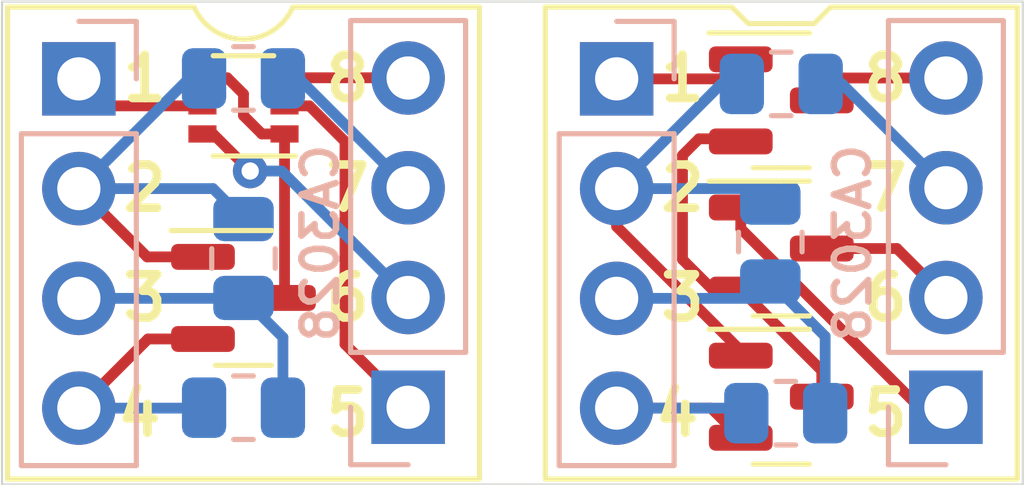
<source format=kicad_pcb>
(kicad_pcb (version 20211014) (generator pcbnew)
  (layers (0 "F.Cu" signal) (31 "B.Cu" signal) (34 "B.Paste" user) (35 "F.Paste" user) (36 "B.SilkS" user "B.Silkscreen") (37 "F.SilkS" user "F.Silkscreen") (38 "B.Mask" user) (39 "F.Mask" user) (44 "Edge.Cuts" user))
  (net 0 "")
  (net 1 "/1")
  (net 2 "/2")
  (net 3 "/3")
  (net 4 "/4")
  (net 5 "/5")
  (net 6 "/6")
  (net 7 "/7")
  (net 8 "/8")
  (net 9 "Net-(Q2-Pad3)")
  (net 10 "/11")
  (net 11 "/12")
  (net 12 "/13")
  (net 13 "/14")
  (net 14 "/15")
  (net 15 "/16")
  (net 16 "/17")
  (net 17 "/18")
  (net 18 "Net-(Q3-Pad2)")
  (footprint "Package_TO_SOT_SMD:SOT-363_SC-70-6" (layer "F.Cu") (at 112.395 87.63 180)
    (fp_text reference "Q1" hide)
    (fp_text value "MBT3904DW1" hide)
    (fp_line (start -0.7 1.16) (end 0.7 1.16) (layer "F.SilkS") (width 0.12))
    (fp_line (start 0.7 -1.16) (end -1.2 -1.16) (layer "F.SilkS") (width 0.12))
    (pad "1" smd rect (at -0.95 -0.65 180) (size 0.65 0.4) (layers "F.Cu" "F.Paste" "F.Mask") (net 9 "Net-(Q2-Pad3)"))
    (pad "2" smd rect (at -0.95 0 180) (size 0.65 0.4) (layers "F.Cu" "F.Paste" "F.Mask") (net 5 "/5"))
    (pad "3" smd rect (at -0.95 0.65 180) (size 0.65 0.4) (layers "F.Cu" "F.Paste" "F.Mask") (net 8 "/8"))
    (pad "4" smd rect (at 0.95 0.65 180) (size 0.65 0.4) (layers "F.Cu" "F.Paste" "F.Mask") (net 9 "Net-(Q2-Pad3)"))
    (pad "5" smd rect (at 0.95 0 180) (size 0.65 0.4) (layers "F.Cu" "F.Paste" "F.Mask") (net 1 "/1"))
    (pad "6" smd rect (at 0.95 -0.65 180) (size 0.65 0.4) (layers "F.Cu" "F.Paste" "F.Mask") (net 6 "/6"))
  )
  (footprint "Package_TO_SOT_SMD:SOT-23" (layer "F.Cu") (at 112.395 92.075)
    (fp_text reference "Q2" hide)
    (fp_text value "MMBT3904" hide)
    (fp_line (start 0 1.56) (end -0.65 1.56) (layer "F.SilkS") (width 0.12))
    (fp_line (start 0 1.56) (end 0.65 1.56) (layer "F.SilkS") (width 0.12))
    (fp_line (start 0 -1.56) (end -1.675 -1.56) (layer "F.SilkS") (width 0.12))
    (fp_line (start 0 -1.56) (end 0.65 -1.56) (layer "F.SilkS") (width 0.12))
    (pad "1" smd roundrect (at -0.9375 -0.95) (size 1.475 0.6) (layers "F.Cu" "F.Paste" "F.Mask") (net 2 "/2"))
    (pad "2" smd roundrect (at -0.9375 0.95) (size 1.475 0.6) (layers "F.Cu" "F.Paste" "F.Mask") (net 4 "/4"))
    (pad "3" smd roundrect (at 0.9375 0) (size 1.475 0.6) (layers "F.Cu" "F.Paste" "F.Mask") (net 9 "Net-(Q2-Pad3)"))
  )
  (footprint "Package_TO_SOT_SMD:SOT-23" (layer "F.Cu") (at 124.841 90.932)
    (fp_text reference "Q5" hide)
    (fp_text value "MMBT3904" hide)
    (fp_line (start 0 -1.56) (end -1.675 -1.56) (layer "F.SilkS") (width 0.12))
    (fp_line (start 0 1.56) (end 0.65 1.56) (layer "F.SilkS") (width 0.12))
    (fp_line (start 0 1.56) (end -0.65 1.56) (layer "F.SilkS") (width 0.12))
    (fp_line (start 0 -1.56) (end 0.65 -1.56) (layer "F.SilkS") (width 0.12))
    (pad "1" smd roundrect (at -0.9375 -0.95) (size 1.475 0.6) (layers "F.Cu" "F.Paste" "F.Mask") (net 14 "/15"))
    (pad "2" smd roundrect (at -0.9375 0.95) (size 1.475 0.6) (layers "F.Cu" "F.Paste" "F.Mask") (net 18 "Net-(Q3-Pad2)"))
    (pad "3" smd roundrect (at 0.9375 0) (size 1.475 0.6) (layers "F.Cu" "F.Paste" "F.Mask") (net 15 "/16"))
  )
  (footprint "Package_TO_SOT_SMD:SOT-23" (layer "F.Cu") (at 124.841 87.503)
    (fp_text reference "Q3" hide)
    (fp_text value "MMBT3904" hide)
    (fp_line (start 0 -1.56) (end 0.65 -1.56) (layer "F.SilkS") (width 0.12))
    (fp_line (start 0 1.56) (end -0.65 1.56) (layer "F.SilkS") (width 0.12))
    (fp_line (start 0 -1.56) (end -1.675 -1.56) (layer "F.SilkS") (width 0.12))
    (fp_line (start 0 1.56) (end 0.65 1.56) (layer "F.SilkS") (width 0.12))
    (pad "1" smd roundrect (at -0.9375 -0.95) (size 1.475 0.6) (layers "F.Cu" "F.Paste" "F.Mask") (net 10 "/11"))
    (pad "2" smd roundrect (at -0.9375 0.95) (size 1.475 0.6) (layers "F.Cu" "F.Paste" "F.Mask") (net 18 "Net-(Q3-Pad2)"))
    (pad "3" smd roundrect (at 0.9375 0) (size 1.475 0.6) (layers "F.Cu" "F.Paste" "F.Mask") (net 17 "/18"))
  )
  (footprint "Package_TO_SOT_SMD:SOT-23" (layer "F.Cu") (at 124.841 94.361)
    (fp_text reference "Q4" hide)
    (fp_text value "MMBT3904" hide)
    (fp_line (start 0 1.56) (end 0.65 1.56) (layer "F.SilkS") (width 0.12))
    (fp_line (start 0 -1.56) (end -1.675 -1.56) (layer "F.SilkS") (width 0.12))
    (fp_line (start 0 -1.56) (end 0.65 -1.56) (layer "F.SilkS") (width 0.12))
    (fp_line (start 0 1.56) (end -0.65 1.56) (layer "F.SilkS") (width 0.12))
    (pad "1" smd roundrect (at -0.9375 -0.95) (size 1.475 0.6) (layers "F.Cu" "F.Paste" "F.Mask") (net 11 "/12"))
    (pad "2" smd roundrect (at -0.9375 0.95) (size 1.475 0.6) (layers "F.Cu" "F.Paste" "F.Mask") (net 13 "/14"))
    (pad "3" smd roundrect (at 0.9375 0) (size 1.475 0.6) (layers "F.Cu" "F.Paste" "F.Mask") (net 18 "Net-(Q3-Pad2)"))
  )
  (footprint "Resistor_SMD:R_0805_2012Metric" (layer "B.Cu") (at 124.9445 94.742 180)
    (fp_text reference "R6" hide)
    (fp_text value "470" hide)
    (fp_line (start -0.227064 0.735) (end 0.227064 0.735) (layer "B.SilkS") (width 0.12))
    (fp_line (start -0.227064 -0.735) (end 0.227064 -0.735) (layer "B.SilkS") (width 0.12))
    (pad "1" smd roundrect (at -0.9125 0 180) (size 1.025 1.4) (layers "B.Cu" "B.Paste" "B.Mask") (roundrect_rratio 0.243902) (net 12 "/13"))
    (pad "2" smd roundrect (at 0.9125 0 180) (size 1.025 1.4) (layers "B.Cu" "B.Paste" "B.Mask") (roundrect_rratio 0.243902) (net 13 "/14"))
  )
  (footprint "Connector_PinHeader_2.54mm:PinHeader_1x04_P2.54mm_Vertical" (layer "B.Cu") (at 116.205 94.605)
    (fp_text reference "J2" hide)
    (fp_text value "Conn_01x04" hide)
    (fp_line (start -1.33 -8.95) (end 1.33 -8.95) (layer "B.SilkS") (width 0.12))
    (fp_line (start -1.33 -1.27) (end 1.33 -1.27) (layer "B.SilkS") (width 0.12))
    (fp_line (start -1.33 0) (end -1.33 1.33) (layer "B.SilkS") (width 0.12))
    (fp_line (start -1.33 -1.27) (end -1.33 -8.95) (layer "B.SilkS") (width 0.12))
    (fp_line (start 1.33 -1.27) (end 1.33 -8.95) (layer "B.SilkS") (width 0.12))
    (fp_line (start -1.33 1.33) (end 0 1.33) (layer "B.SilkS") (width 0.12))
    (pad "1" thru_hole rect locked (at 0 0) (size 1.7 1.7) (drill 1) (layers *.Cu *.Mask) (net 5 "/5"))
    (pad "2" thru_hole oval locked (at 0 -2.54) (size 1.7 1.7) (drill 1) (layers *.Cu *.Mask) (net 6 "/6"))
    (pad "3" thru_hole oval locked (at 0 -5.08) (size 1.7 1.7) (drill 1) (layers *.Cu *.Mask) (net 7 "/7"))
    (pad "4" thru_hole oval locked (at 0 -7.62) (size 1.7 1.7) (drill 1) (layers *.Cu *.Mask) (net 8 "/8"))
  )
  (footprint "Resistor_SMD:R_0805_2012Metric" (layer "B.Cu") (at 112.395 86.995 180)
    (fp_text reference "R1" hide)
    (fp_text value "4.7K" hide)
    (fp_line (start -0.227064 0.735) (end 0.227064 0.735) (layer "B.SilkS") (width 0.12))
    (fp_line (start -0.227064 -0.735) (end 0.227064 -0.735) (layer "B.SilkS") (width 0.12))
    (pad "1" smd roundrect (at -0.9125 0 180) (size 1.025 1.4) (layers "B.Cu" "B.Paste" "B.Mask") (roundrect_rratio 0.243902) (net 7 "/7"))
    (pad "2" smd roundrect (at 0.9125 0 180) (size 1.025 1.4) (layers "B.Cu" "B.Paste" "B.Mask") (roundrect_rratio 0.243902) (net 2 "/2"))
  )
  (footprint "Connector_PinHeader_2.54mm:PinHeader_1x04_P2.54mm_Vertical" (layer "B.Cu") (at 108.585 87.005 180)
    (fp_text reference "J1" hide)
    (fp_text value "Conn_01x04" hide)
    (fp_line (start 1.33 -1.27) (end 1.33 -8.95) (layer "B.SilkS") (width 0.12))
    (fp_line (start -1.33 0) (end -1.33 1.33) (layer "B.SilkS") (width 0.12))
    (fp_line (start -1.33 -1.27) (end -1.33 -8.95) (layer "B.SilkS") (width 0.12))
    (fp_line (start -1.33 1.33) (end 0 1.33) (layer "B.SilkS") (width 0.12))
    (fp_line (start -1.33 -8.95) (end 1.33 -8.95) (layer "B.SilkS") (width 0.12))
    (fp_line (start -1.33 -1.27) (end 1.33 -1.27) (layer "B.SilkS") (width 0.12))
    (pad "1" thru_hole rect locked (at 0 0 180) (size 1.7 1.7) (drill 1) (layers *.Cu *.Mask) (net 1 "/1"))
    (pad "2" thru_hole oval locked (at 0 -2.54 180) (size 1.7 1.7) (drill 1) (layers *.Cu *.Mask) (net 2 "/2"))
    (pad "3" thru_hole oval locked (at 0 -5.08 180) (size 1.7 1.7) (drill 1) (layers *.Cu *.Mask) (net 3 "/3"))
    (pad "4" thru_hole oval locked (at 0 -7.62 180) (size 1.7 1.7) (drill 1) (layers *.Cu *.Mask) (net 4 "/4"))
  )
  (footprint "Resistor_SMD:R_0805_2012Metric" (layer "B.Cu") (at 112.395 91.1625 90)
    (fp_text reference "R2" hide)
    (fp_text value "2.2K" hide)
    (fp_line (start -0.227064 -0.735) (end 0.227064 -0.735) (layer "B.SilkS") (width 0.12))
    (fp_line (start -0.227064 0.735) (end 0.227064 0.735) (layer "B.SilkS") (width 0.12))
    (pad "1" smd roundrect (at -0.9125 0 90) (size 1.025 1.4) (layers "B.Cu" "B.Paste" "B.Mask") (roundrect_rratio 0.243902) (net 3 "/3"))
    (pad "2" smd roundrect (at 0.9125 0 90) (size 1.025 1.4) (layers "B.Cu" "B.Paste" "B.Mask") (roundrect_rratio 0.243902) (net 2 "/2"))
  )
  (footprint "Resistor_SMD:R_0805_2012Metric" (layer "B.Cu") (at 124.841 87.122 180)
    (fp_text reference "R4" hide)
    (fp_text value "4.7K" hide)
    (fp_line (start -0.227064 -0.735) (end 0.227064 -0.735) (layer "B.SilkS") (width 0.12))
    (fp_line (start -0.227064 0.735) (end 0.227064 0.735) (layer "B.SilkS") (width 0.12))
    (pad "1" smd roundrect (at -0.9125 0 180) (size 1.025 1.4) (layers "B.Cu" "B.Paste" "B.Mask") (roundrect_rratio 0.243902) (net 16 "/17"))
    (pad "2" smd roundrect (at 0.9125 0 180) (size 1.025 1.4) (layers "B.Cu" "B.Paste" "B.Mask") (roundrect_rratio 0.243902) (net 11 "/12"))
  )
  (footprint "Connector_PinHeader_2.54mm:PinHeader_1x04_P2.54mm_Vertical" (layer "B.Cu") (at 121.031 87.005 180)
    (fp_text reference "J3" hide)
    (fp_text value "Conn_01x04" hide)
    (fp_line (start -1.33 -1.27) (end -1.33 -8.95) (layer "B.SilkS") (width 0.12))
    (fp_line (start -1.33 -8.95) (end 1.33 -8.95) (layer "B.SilkS") (width 0.12))
    (fp_line (start -1.33 -1.27) (end 1.33 -1.27) (layer "B.SilkS") (width 0.12))
    (fp_line (start -1.33 1.33) (end 0 1.33) (layer "B.SilkS") (width 0.12))
    (fp_line (start -1.33 0) (end -1.33 1.33) (layer "B.SilkS") (width 0.12))
    (fp_line (start 1.33 -1.27) (end 1.33 -8.95) (layer "B.SilkS") (width 0.12))
    (pad "1" thru_hole rect locked (at 0 0 180) (size 1.7 1.7) (drill 1) (layers *.Cu *.Mask) (net 10 "/11"))
    (pad "2" thru_hole oval locked (at 0 -2.54 180) (size 1.7 1.7) (drill 1) (layers *.Cu *.Mask) (net 11 "/12"))
    (pad "3" thru_hole oval locked (at 0 -5.08 180) (size 1.7 1.7) (drill 1) (layers *.Cu *.Mask) (net 12 "/13"))
    (pad "4" thru_hole oval locked (at 0 -7.62 180) (size 1.7 1.7) (drill 1) (layers *.Cu *.Mask) (net 13 "/14"))
  )
  (footprint "Resistor_SMD:R_0805_2012Metric" (layer "B.Cu") (at 112.395 94.615 180)
    (fp_text reference "R3" hide)
    (fp_text value "470" hide)
    (fp_line (start -0.227064 0.735) (end 0.227064 0.735) (layer "B.SilkS") (width 0.12))
    (fp_line (start -0.227064 -0.735) (end 0.227064 -0.735) (layer "B.SilkS") (width 0.12))
    (pad "1" smd roundrect (at -0.9125 0 180) (size 1.025 1.4) (layers "B.Cu" "B.Paste" "B.Mask") (roundrect_rratio 0.243902) (net 3 "/3"))
    (pad "2" smd roundrect (at 0.9125 0 180) (size 1.025 1.4) (layers "B.Cu" "B.Paste" "B.Mask") (roundrect_rratio 0.243902) (net 4 "/4"))
  )
  (footprint "Connector_PinHeader_2.54mm:PinHeader_1x04_P2.54mm_Vertical" (layer "B.Cu") (at 128.651 94.605)
    (fp_text reference "J4" hide)
    (fp_text value "Conn_01x04" hide)
    (fp_line (start -1.33 1.33) (end 0 1.33) (layer "B.SilkS") (width 0.12))
    (fp_line (start -1.33 -1.27) (end -1.33 -8.95) (layer "B.SilkS") (width 0.12))
    (fp_line (start -1.33 -8.95) (end 1.33 -8.95) (layer "B.SilkS") (width 0.12))
    (fp_line (start -1.33 0) (end -1.33 1.33) (layer "B.SilkS") (width 0.12))
    (fp_line (start -1.33 -1.27) (end 1.33 -1.27) (layer "B.SilkS") (width 0.12))
    (fp_line (start 1.33 -1.27) (end 1.33 -8.95) (layer "B.SilkS") (width 0.12))
    (pad "1" thru_hole rect locked (at 0 0) (size 1.7 1.7) (drill 1) (layers *.Cu *.Mask) (net 14 "/15"))
    (pad "2" thru_hole oval locked (at 0 -2.54) (size 1.7 1.7) (drill 1) (layers *.Cu *.Mask) (net 15 "/16"))
    (pad "3" thru_hole oval locked (at 0 -5.08) (size 1.7 1.7) (drill 1) (layers *.Cu *.Mask) (net 16 "/17"))
    (pad "4" thru_hole oval locked (at 0 -7.62) (size 1.7 1.7) (drill 1) (layers *.Cu *.Mask) (net 17 "/18"))
  )
  (footprint "Resistor_SMD:R_0805_2012Metric" (layer "B.Cu") (at 124.587 90.7815 90)
    (fp_text reference "R5" hide)
    (fp_text value "2.2K" hide)
    (fp_line (start -0.227064 0.735) (end 0.227064 0.735) (layer "B.SilkS") (width 0.12))
    (fp_line (start -0.227064 -0.735) (end 0.227064 -0.735) (layer "B.SilkS") (width 0.12))
    (pad "1" smd roundrect (at -0.9125 0 90) (size 1.025 1.4) (layers "B.Cu" "B.Paste" "B.Mask") (roundrect_rratio 0.243902) (net 12 "/13"))
    (pad "2" smd roundrect (at 0.9125 0 90) (size 1.025 1.4) (layers "B.Cu" "B.Paste" "B.Mask") (roundrect_rratio 0.243902) (net 11 "/12"))
  )
  (gr_line (start 117.856 96.266) (end 117.856 85.344) (layer "F.SilkS") (width 0.12))
  (gr_line (start 130.302 85.344) (end 125.984 85.344) (layer "F.SilkS") (width 0.12))
  (gr_line (start 123.698 85.344) (end 124.079 85.725) (layer "F.SilkS") (width 0.12))
  (gr_line (start 125.603 85.725) (end 125.984 85.344) (layer "F.SilkS") (width 0.12))
  (gr_line (start 106.934 85.344) (end 111.252 85.344) (layer "F.SilkS") (width 0.12))
  (gr_line (start 106.934 85.344) (end 106.934 96.266) (layer "F.SilkS") (width 0.12))
  (gr_line (start 124.079 85.725) (end 125.603 85.725) (layer "F.SilkS") (width 0.12))
  (gr_arc (start 113.537999 85.344) (mid 112.395 86.086804) (end 111.252001 85.344) (layer "F.SilkS") (width 0.12))
  (gr_line (start 106.934 96.266) (end 117.856 96.266) (layer "F.SilkS") (width 0.12))
  (gr_line (start 119.38 85.344) (end 119.38 96.266) (layer "F.SilkS") (width 0.12))
  (gr_line (start 119.38 85.344) (end 123.698 85.344) (layer "F.SilkS") (width 0.12))
  (gr_line (start 119.38 96.266) (end 130.302 96.266) (layer "F.SilkS") (width 0.12))
  (gr_line (start 117.856 85.344) (end 113.538 85.344) (layer "F.SilkS") (width 0.12))
  (gr_line (start 130.302 96.266) (end 130.302 85.344) (layer "F.SilkS") (width 0.12))
  (gr_rect (start 106.807 85.217) (end 130.429 96.393) (layer "Edge.Cuts") (width 0.05) (fill none))
  (gr_text "CA3028" (at 114.173 90.805 90) (layer "B.SilkS") (effects (font (size 0.8 0.8)) (justify mirror)))
  (gr_text "CA3028" (at 126.492 90.805 90) (layer "B.SilkS") (effects (font (size 0.8 0.8)) (justify mirror)))
  (gr_text "4" (at 122.428 94.742) (layer "F.SilkS") (effects (font (size 1 1) (thickness 0.2))))
  (gr_text "5" (at 114.808 94.742) (layer "F.SilkS") (effects (font (size 1 1) (thickness 0.2))))
  (gr_text "1" (at 110.109 86.995) (layer "F.SilkS") (effects (font (size 1 1) (thickness 0.2))))
  (gr_text "5" (at 127.254 94.742) (layer "F.SilkS") (effects (font (size 1 1) (thickness 0.2))))
  (gr_text "2" (at 122.555 89.535) (layer "F.SilkS") (effects (font (size 1 1) (thickness 0.2))))
  (gr_text "6" (at 127.254 92.075) (layer "F.SilkS") (effects (font (size 1 1) (thickness 0.2))))
  (gr_text "7" (at 114.808 89.535) (layer "F.SilkS") (effects (font (size 1 1) (thickness 0.2))))
  (gr_text "3" (at 110.109 92.075) (layer "F.SilkS") (effects (font (size 1 1) (thickness 0.2))))
  (gr_text "7" (at 127.254 89.535) (layer "F.SilkS") (effects (font (size 1 1) (thickness 0.2))))
  (gr_text "4" (at 109.982 94.742) (layer "F.SilkS") (effects (font (size 1 1) (thickness 0.2))))
  (gr_text "3" (at 122.555 92.075) (layer "F.SilkS") (effects (font (size 1 1) (thickness 0.2))))
  (gr_text "8" (at 114.808 86.995) (layer "F.SilkS") (effects (font (size 1 1) (thickness 0.2))))
  (gr_text "8" (at 127.254 86.995) (layer "F.SilkS") (effects (font (size 1 1) (thickness 0.2))))
  (gr_text "2" (at 110.109 89.535) (layer "F.SilkS") (effects (font (size 1 1) (thickness 0.2))))
  (gr_text "1" (at 122.555 86.995) (layer "F.SilkS") (effects (font (size 1 1) (thickness 0.2))))
  (gr_text "6" (at 114.808 92.075) (layer "F.SilkS") (effects (font (size 1 1) (thickness 0.2))))
  (segment (start 108.585 87.005) (end 109.21 87.63) (width 0.25) (layer "F.Cu") (net 1))
  (segment (start 109.21 87.63) (end 111.445 87.63) (width 0.25) (layer "F.Cu") (net 1))
  (segment (start 110.165 91.125) (end 108.585 89.545) (width 0.25) (layer "F.Cu") (net 2))
  (segment (start 111.4575 91.125) (end 110.165 91.125) (width 0.25) (layer "F.Cu") (net 2))
  (segment (start 111.69 89.545) (end 108.585 89.545) (width 0.25) (layer "B.Cu") (net 2))
  (segment (start 111.135 86.995) (end 108.585 89.545) (width 0.25) (layer "B.Cu") (net 2))
  (segment (start 112.395 90.25) (end 111.69 89.545) (width 0.25) (layer "B.Cu") (net 2))
  (segment (start 111.4825 86.995) (end 111.135 86.995) (width 0.25) (layer "B.Cu") (net 2))
  (segment (start 108.585 92.085) (end 112.385 92.085) (width 0.25) (layer "B.Cu") (net 3))
  (segment (start 113.3075 94.615) (end 113.3075 92.9875) (width 0.25) (layer "B.Cu") (net 3))
  (segment (start 112.385 92.085) (end 112.395 92.075) (width 0.25) (layer "B.Cu") (net 3))
  (segment (start 113.3075 92.9875) (end 112.395 92.075) (width 0.25) (layer "B.Cu") (net 3))
  (segment (start 110.185 93.025) (end 108.585 94.625) (width 0.25) (layer "F.Cu") (net 4))
  (segment (start 111.4575 93.025) (end 110.185 93.025) (width 0.25) (layer "F.Cu") (net 4))
  (segment (start 111.4825 94.615) (end 111.4725 94.625) (width 0.25) (layer "B.Cu") (net 4))
  (segment (start 111.4725 94.625) (end 108.585 94.625) (width 0.25) (layer "B.Cu") (net 4))
  (segment (start 114.744278 88.454278) (end 114.744278 93.144278) (width 0.25) (layer "F.Cu") (net 5))
  (segment (start 113.345 87.63) (end 113.92 87.63) (width 0.25) (layer "F.Cu") (net 5))
  (segment (start 114.744278 93.144278) (end 116.205 94.605) (width 0.25) (layer "F.Cu") (net 5))
  (segment (start 113.92 87.63) (end 114.744278 88.454278) (width 0.25) (layer "F.Cu") (net 5))
  (segment (start 111.691799 88.28) (end 112.549799 89.138) (width 0.25) (layer "F.Cu") (net 6))
  (segment (start 111.445 88.28) (end 111.691799 88.28) (width 0.25) (layer "F.Cu") (net 6))
  (via (at 112.549799 89.138) (size 0.8) (drill 0.4) (layers "F.Cu" "B.Cu") (net 6))
  (segment (start 112.549799 89.138) (end 113.278 89.138) (width 0.25) (layer "B.Cu") (net 6))
  (segment (start 113.278 89.138) (end 116.205 92.065) (width 0.25) (layer "B.Cu") (net 6))
  (segment (start 113.675 86.995) (end 116.205 89.525) (width 0.25) (layer "B.Cu") (net 7))
  (segment (start 113.3075 86.995) (end 113.675 86.995) (width 0.25) (layer "B.Cu") (net 7))
  (segment (start 116.2 86.98) (end 116.205 86.985) (width 0.25) (layer "F.Cu") (net 8))
  (segment (start 113.345 86.98) (end 116.2 86.98) (width 0.25) (layer "F.Cu") (net 8))
  (segment (start 112.82 88.28) (end 113.345 88.28) (width 0.25) (layer "F.Cu") (net 9))
  (segment (start 113.345 88.28) (end 113.345 92.0625) (width 0.25) (layer "F.Cu") (net 9))
  (segment (start 112.395 87.355) (end 112.395 87.855) (width 0.25) (layer "F.Cu") (net 9))
  (segment (start 113.345 92.0625) (end 113.3325 92.075) (width 0.25) (layer "F.Cu") (net 9))
  (segment (start 112.02 86.98) (end 112.395 87.355) (width 0.25) (layer "F.Cu") (net 9))
  (segment (start 111.445 86.98) (end 112.02 86.98) (width 0.25) (layer "F.Cu") (net 9))
  (segment (start 112.395 87.855) (end 112.82 88.28) (width 0.25) (layer "F.Cu") (net 9))
  (segment (start 123.9035 86.553) (end 123.4515 87.005) (width 0.25) (layer "F.Cu") (net 10))
  (segment (start 123.4515 87.005) (end 121.031 87.005) (width 0.25) (layer "F.Cu") (net 10))
  (segment (start 123.9035 93.411) (end 123.9035 93.295799) (width 0.25) (layer "F.Cu") (net 11))
  (segment (start 123.9035 93.295799) (end 121.031 90.423299) (width 0.25) (layer "F.Cu") (net 11))
  (segment (start 121.031 90.423299) (end 121.031 89.545) (width 0.25) (layer "F.Cu") (net 11))
  (segment (start 123.9285 87.122) (end 123.454 87.122) (width 0.25) (layer "B.Cu") (net 11))
  (segment (start 124.587 89.869) (end 124.263 89.545) (width 0.25) (layer "B.Cu") (net 11))
  (segment (start 123.454 87.122) (end 121.031 89.545) (width 0.25) (layer "B.Cu") (net 11))
  (segment (start 124.263 89.545) (end 121.031 89.545) (width 0.25) (layer "B.Cu") (net 11))
  (segment (start 124.196 92.085) (end 121.031 92.085) (width 0.25) (layer "B.Cu") (net 12))
  (segment (start 124.587 91.694) (end 125.857 92.964) (width 0.25) (layer "B.Cu") (net 12))
  (segment (start 124.587 91.694) (end 124.196 92.085) (width 0.25) (layer "B.Cu") (net 12))
  (segment (start 125.857 92.964) (end 125.857 94.742) (width 0.25) (layer "B.Cu") (net 12))
  (segment (start 123.9035 95.311) (end 123.2175 94.625) (width 0.25) (layer "F.Cu") (net 13))
  (segment (start 123.2175 94.625) (end 121.031 94.625) (width 0.25) (layer "F.Cu") (net 13))
  (segment (start 124.032 94.742) (end 123.915 94.625) (width 0.25) (layer "B.Cu") (net 13))
  (segment (start 123.915 94.625) (end 121.031 94.625) (width 0.25) (layer "B.Cu") (net 13))
  (segment (start 123.9035 89.982) (end 123.9035 90.472749) (width 0.25) (layer "F.Cu") (net 14))
  (segment (start 123.9035 90.472749) (end 128.035751 94.605) (width 0.25) (layer "F.Cu") (net 14))
  (segment (start 128.035751 94.605) (end 128.651 94.605) (width 0.25) (layer "F.Cu") (net 14))
  (segment (start 125.7785 90.932) (end 127.518 90.932) (width 0.25) (layer "F.Cu") (net 15))
  (segment (start 127.518 90.932) (end 128.651 92.065) (width 0.25) (layer "F.Cu") (net 15))
  (segment (start 126.248 87.122) (end 125.7535 87.122) (width 0.25) (layer "B.Cu") (net 16))
  (segment (start 128.651 89.525) (end 126.248 87.122) (width 0.25) (layer "B.Cu") (net 16))
  (segment (start 125.7785 87.503) (end 126.2965 86.985) (width 0.25) (layer "F.Cu") (net 17))
  (segment (start 126.2965 86.985) (end 128.651 86.985) (width 0.25) (layer "F.Cu") (net 17))
  (segment (start 123.8425 88.392) (end 122.936 88.392) (width 0.25) (layer "F.Cu") (net 18))
  (segment (start 122.555 88.773) (end 122.555 91.186) (width 0.25) (layer "F.Cu") (net 18))
  (segment (start 122.555 91.186) (end 123.251 91.882) (width 0.25) (layer "F.Cu") (net 18))
  (segment (start 125.7785 93.757) (end 123.9035 91.882) (width 0.25) (layer "F.Cu") (net 18))
  (segment (start 122.936 88.392) (end 122.555 88.773) (width 0.25) (layer "F.Cu") (net 18))
  (segment (start 125.7785 94.361) (end 125.7785 93.757) (width 0.25) (layer "F.Cu") (net 18))
  (segment (start 123.251 91.882) (end 123.9035 91.882) (width 0.25) (layer "F.Cu") (net 18))
  (segment (start 123.9035 88.453) (end 123.8425 88.392) (width 0.25) (layer "F.Cu") (net 18))
)
</source>
